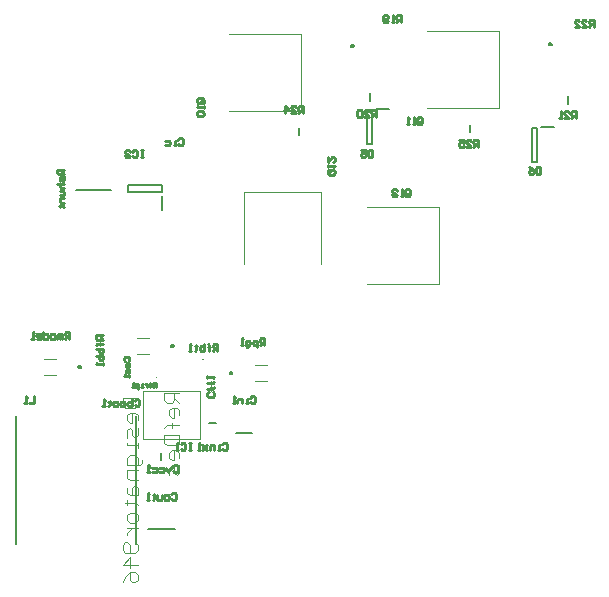
<source format=gbr>
%FSTAX23Y23*%
%MOIN*%
%SFA1B1*%

%IPPOS*%
%ADD39C,0.010000*%
%ADD76C,0.007870*%
%ADD77C,0.001970*%
%ADD78C,0.003940*%
%ADD79C,0.003000*%
%LNpwr_board_final_legend_bot-1*%
%LPD*%
G54D39*
X02599Y01366D02*
Y01343D01*
X02587*
X02583Y01347*
Y01362*
X02587Y01366*
X02599*
X0256D02*
X02568Y01362D01*
X02576Y01355*
Y01347*
X02572Y01343*
X02564*
X0256Y01347*
Y01351*
X02564Y01355*
X02576*
X02148Y01272D02*
Y01287D01*
X02152Y01291*
X0216*
X02164Y01287*
Y01272*
X0216Y01268*
X02152*
X02156Y01276D02*
X02148Y01268D01*
X02152D02*
X02148Y01272D01*
X0214Y01268D02*
X02133D01*
X02136*
Y01291*
X0214Y01287*
X02121D02*
X02117Y01291D01*
X02109*
X02105Y01287*
Y01283*
X02109Y0128*
X02113*
X02109*
X02105Y01276*
Y01272*
X02109Y01268*
X02117*
X02121Y01272*
X01894Y01356D02*
X01909D01*
X01913Y01352*
Y01344*
X01909Y0134*
X01894*
X0189Y01344*
Y01352*
X01898Y01348D02*
X0189Y01356D01*
Y01352D02*
X01894Y01356D01*
X0189Y01364D02*
Y01371D01*
Y01368*
X01913*
X01909Y01364*
X0189Y01399D02*
Y01383D01*
X01905Y01399*
X01909*
X01913Y01395*
Y01387*
X01909Y01383*
X02391Y01433D02*
Y01456D01*
X02379*
X02375Y01452*
Y01445*
X02379Y01441*
X02391*
X02383D02*
X02375Y01433D01*
X02352D02*
X02367D01*
X02352Y01448*
Y01452*
X02356Y01456*
X02363*
X02367Y01452*
X02328Y01456D02*
X02344D01*
Y01445*
X02336Y01448*
X02332*
X02328Y01445*
Y01437*
X02332Y01433*
X0234*
X02344Y01437*
X01807Y01546D02*
Y01569D01*
X01796*
X01792Y01565*
Y01557*
X01796Y01553*
X01807*
X018D02*
X01792Y01546D01*
X01768D02*
X01784D01*
X01768Y01561*
Y01565*
X01772Y01569*
X0178*
X01784Y01565*
X01748Y01546D02*
Y01569D01*
X0176Y01557*
X01744*
X01317Y00631D02*
Y00647D01*
X01309*
X01307Y00645*
Y00639*
X01309Y00637*
X01317*
X01312D02*
X01307Y00631D01*
X01299Y00645D02*
Y00642D01*
X01301*
X01296*
X01299*
Y00634*
X01296Y00631*
X01288Y00642D02*
Y00631D01*
Y00637*
X01286Y00639*
X01283Y00642*
X0128*
X01273Y00631D02*
X01267D01*
X0127*
Y00642*
X01273*
X01259Y00626D02*
Y00642D01*
X01252*
X01249Y00639*
Y00634*
X01252Y00631*
X01259*
X01244D02*
X01238D01*
X01241*
Y00647*
X01244Y00645*
X01012Y01357D02*
X00989D01*
Y01346*
X00993Y01342*
X01*
X01004Y01346*
Y01357*
Y0135D02*
X01012Y01342D01*
Y01334D02*
Y01322D01*
X01008Y01318*
X01004Y01322*
Y0133*
X01Y01334*
X00996Y0133*
Y01318*
X00989Y0131D02*
X01012D01*
X01*
X00996Y01306*
Y01298*
X01Y01295*
X01012*
X00996Y01287D02*
X01008D01*
X01012Y01283*
Y01271*
X00996*
X01012Y01263D02*
X00996D01*
Y01251*
X01Y01247*
X01012*
X00993Y01235D02*
X00996D01*
Y01239*
Y01232*
Y01235*
X01008*
X01012Y01232*
X01679Y00772D02*
Y00795D01*
X01667*
X01663Y00791*
Y00783*
X01667Y0078*
X01679*
X01671D02*
X01663Y00772D01*
X01655Y00764D02*
Y00787D01*
X01643*
X0164Y00783*
Y00776*
X01643Y00772*
X01655*
X01624Y00764D02*
X0162D01*
X01616Y00768*
Y00787*
X01628*
X01632Y00783*
Y00776*
X01628Y00772*
X01616*
X01608D02*
X016D01*
X01604*
Y00795*
X01608Y00791*
X01028Y00793D02*
Y00816D01*
X01017*
X01013Y00812*
Y00805*
X01017Y00801*
X01028*
X01021D02*
X01013Y00793D01*
X01005D02*
Y00808D01*
X01001*
X00997Y00805*
Y00793*
Y00805*
X00993Y00808*
X00989Y00805*
Y00793*
X00977D02*
X00969D01*
X00965Y00797*
Y00805*
X00969Y00808*
X00977*
X00981Y00805*
Y00797*
X00977Y00793*
X00942Y00816D02*
Y00793D01*
X00954*
X00958Y00797*
Y00805*
X00954Y00808*
X00942*
X00922Y00793D02*
X0093D01*
X00934Y00797*
Y00805*
X0093Y00808*
X00922*
X00918Y00805*
Y00801*
X00934*
X0091Y00793D02*
X00902D01*
X00906*
Y00816*
X0091Y00812*
X01522Y00753D02*
Y00776D01*
X0151*
X01506Y00772*
Y00765*
X0151Y00761*
X01522*
X01514D02*
X01506Y00753D01*
X01494D02*
Y00772D01*
Y00765*
X01498*
X0149*
X01494*
Y00772*
X0149Y00776*
X01478D02*
Y00753D01*
X01467*
X01463Y00757*
Y00761*
Y00765*
X01467Y00768*
X01478*
X01451Y00772D02*
Y00768D01*
X01455*
X01447*
X01451*
Y00757*
X01447Y00753*
X01435D02*
X01427D01*
X01431*
Y00776*
X01435Y00772*
X01141Y00804D02*
X01118D01*
Y00792*
X01122Y00788*
X0113*
X01133Y00792*
Y00804*
Y00796D02*
X01141Y00788D01*
Y00776D02*
X01122D01*
X0113*
Y0078*
Y00772*
Y00776*
X01122*
X01118Y00772*
Y0076D02*
X01141D01*
Y00749*
X01137Y00745*
X01133*
X0113*
X01126Y00749*
Y0076*
X01118Y00737D02*
X01141D01*
Y00725*
X01137Y00721*
X01133*
X0113*
X01126Y00725*
Y00737*
X01141Y00713D02*
Y00705D01*
Y00709*
X01118*
X01122Y00713*
X02776Y01833D02*
Y01856D01*
X02764*
X0276Y01852*
Y01845*
X02764Y01841*
X02776*
X02768D02*
X0276Y01833D01*
X02737D02*
X02752D01*
X02737Y01848*
Y01852*
X02741Y01856*
X02748*
X02752Y01852*
X02713Y01833D02*
X02729D01*
X02713Y01848*
Y01852*
X02717Y01856*
X02725*
X02729Y01852*
X02717Y01528D02*
Y01551D01*
X02705*
X02701Y01547*
Y0154*
X02705Y01536*
X02717*
X02709D02*
X02701Y01528D01*
X02678D02*
X02693D01*
X02678Y01543*
Y01547*
X02682Y01551*
X0269*
X02693Y01547*
X0267Y01528D02*
X02662D01*
X02666*
Y01551*
X0267Y01547*
X02051Y01533D02*
Y01556D01*
X02039*
X02035Y01552*
Y01545*
X02039Y01541*
X02051*
X02043D02*
X02035Y01533D01*
X02012D02*
X02027D01*
X02012Y01548*
Y01552*
X02016Y01556*
X02023*
X02027Y01552*
X02004D02*
X02Y01556D01*
X01992*
X01988Y01552*
Y01537*
X01992Y01533*
X02*
X02004Y01537*
Y01552*
X02134Y01848D02*
Y01871D01*
X02122*
X02118Y01867*
Y0186*
X02122Y01856*
X02134*
X02126D02*
X02118Y01848D01*
X0211D02*
X02103D01*
X02106*
Y01871*
X0211Y01867*
X02091Y01852D02*
X02087Y01848D01*
X02079*
X02075Y01852*
Y01867*
X02079Y01871*
X02087*
X02091Y01867*
Y01863*
X02087Y0186*
X02075*
X02189Y01512D02*
Y01527D01*
X02193Y01531*
X02201*
X02205Y01527*
Y01512*
X02201Y01508*
X02193*
X02197Y01516D02*
X02189Y01508D01*
X02193D02*
X02189Y01512D01*
X02181Y01508D02*
X02174D01*
X02178*
Y01531*
X02181Y01527*
X02162Y01508D02*
X02154D01*
X02158*
Y01531*
X02162Y01527*
X01472Y01578D02*
X01457D01*
X01453Y01582*
Y0159*
X01457Y01594*
X01472*
X01476Y0159*
Y01582*
X01468Y01586D02*
X01476Y01578D01*
Y01582D02*
X01472Y01578D01*
X01476Y0157D02*
Y01563D01*
Y01566*
X01453*
X01457Y0157*
Y01551D02*
X01453Y01547D01*
Y01539*
X01457Y01535*
X01472*
X01476Y01539*
Y01547*
X01472Y01551*
X01457*
X0091Y00601D02*
X0091Y00578D01*
X00895Y00578*
X00887Y00578D02*
X00879Y00578D01*
X00883Y00578*
X00883Y00601*
X00887Y00597*
X01274Y01421D02*
X01266D01*
X0127*
Y01398*
X01274*
X01266*
X01239Y01417D02*
X01243Y01421D01*
X0125*
X01254Y01417*
Y01402*
X0125Y01398*
X01243*
X01239Y01402*
X01231Y01417D02*
X01227Y01421D01*
X01219*
X01215Y01417*
Y01413*
X01219Y0141*
X01223*
X01219*
X01215Y01406*
Y01402*
X01219Y01398*
X01227*
X01231Y01402*
X01435Y00446D02*
X01427D01*
X01431*
Y00423*
X01435*
X01427*
X014Y00442D02*
X01404Y00446D01*
X01411*
X01415Y00442*
Y00427*
X01411Y00423*
X01404*
X014Y00427*
X01392Y00423D02*
X01384D01*
X01388*
Y00446*
X01392Y00442*
X02039Y01421D02*
Y01398D01*
X02027*
X02023Y01402*
Y01417*
X02027Y01421*
X02039*
X02D02*
X02016D01*
Y0141*
X02008Y01413*
X02004*
X02Y0141*
Y01402*
X02004Y01398*
X02012*
X02016Y01402*
X01375Y00367D02*
X01379Y00371D01*
X01387*
X01391Y00367*
Y00352*
X01387Y00348*
X01379*
X01375Y00352*
X01367Y00363D02*
X01359Y00348D01*
X01351Y00363*
X01328D02*
X0134D01*
X01343Y0036*
Y00352*
X0134Y00348*
X01328*
X01304Y00363D02*
X01316D01*
X0132Y0036*
Y00352*
X01316Y00348*
X01304*
X01296D02*
X01288D01*
X01292*
Y00371*
X01296Y00367*
X01213Y00719D02*
X0121Y00722D01*
Y00729*
X01213Y00732*
X01226*
X01229Y00729*
Y00722*
X01226Y00719*
X01229Y00713D02*
Y00703D01*
X01226Y007*
X01223Y00703*
Y00709*
X0122Y00713*
X01216Y00709*
Y007*
X01229Y00693D02*
Y00683D01*
X01226Y0068*
X01223Y00683*
Y0069*
X0122Y00693*
X01216Y0069*
Y0068*
X01229Y00673D02*
Y00667D01*
Y0067*
X0121*
X01213Y00673*
X01369Y00276D02*
X01373Y0028D01*
X01381*
X01385Y00276*
Y0026*
X01381Y00257*
X01373*
X01369Y0026*
X01357Y00257D02*
X01349D01*
X01345Y0026*
Y00268*
X01349Y00272*
X01357*
X01361Y00268*
Y0026*
X01357Y00257*
X01337Y00272D02*
Y0026D01*
X01333Y00257*
X01322*
Y00272*
X0131Y00276D02*
Y00272D01*
X01314*
X01306*
X0131*
Y0026*
X01306Y00257*
X01294D02*
X01286D01*
X0129*
Y0028*
X01294Y00276*
X01539Y00442D02*
X01543Y00446D01*
X01551*
X01555Y00442*
Y00427*
X01551Y00423*
X01543*
X01539Y00427*
X01531Y00423D02*
X01523D01*
X01527*
Y00438*
X01531*
X01511Y00423D02*
Y00438D01*
X015*
X01496Y00435*
Y00423*
X01488Y00438D02*
X01472Y00423D01*
X0148Y00431*
X01472Y00438*
X01488Y00423*
X01464D02*
X01456D01*
X0146*
Y00446*
X01464Y00442*
X01632Y00597D02*
X01636Y00601D01*
X01644*
X01648Y00597*
Y00582*
X01644Y00578*
X01636*
X01632Y00582*
X01624Y00578D02*
X01616D01*
X0162*
Y00593*
X01624*
X01605Y00578D02*
Y00593D01*
X01593*
X01589Y0059*
Y00578*
X01581D02*
X01573D01*
X01577*
Y00601*
X01581Y00597*
X01391Y01457D02*
X01395Y01461D01*
X01403*
X01407Y01457*
Y01442*
X01403Y01438*
X01395*
X01391Y01442*
X01384Y01438D02*
X01376D01*
X0138*
Y01453*
X01384*
X01348D02*
X0136D01*
X01364Y0145*
Y01442*
X0136Y01438*
X01348*
X01508Y00615D02*
X01512Y00611D01*
Y00603*
X01508Y00599*
X01493*
X01489Y00603*
Y00611*
X01493Y00615*
X01489Y00627D02*
X01508D01*
X015*
Y00623*
Y00631*
Y00627*
X01508*
X01512Y00631*
X01489Y00646D02*
X01508D01*
X015*
Y00642*
Y0065*
Y00646*
X01508*
X01512Y0065*
X01489Y00662D02*
Y0067D01*
Y00666*
X01512*
X01508Y00662*
X01246Y00587D02*
X0125Y00591D01*
X01257*
X01261Y00587*
Y00572*
X01257Y00568*
X0125*
X01246Y00572*
X01238Y00591D02*
Y00568D01*
X01226*
X01222Y00572*
Y00576*
Y0058*
X01226Y00583*
X01238*
X0121Y00568D02*
X01202D01*
X01198Y00572*
Y0058*
X01202Y00583*
X0121*
X01214Y0058*
Y00572*
X0121Y00568*
X01187D02*
X01179D01*
X01175Y00572*
Y0058*
X01179Y00583*
X01187*
X01191Y0058*
Y00572*
X01187Y00568*
X01163Y00587D02*
Y00583D01*
X01167*
X01159*
X01163*
Y00572*
X01159Y00568*
X01147D02*
X01139D01*
X01143*
Y00591*
X01147Y00587*
G54D76*
X02632Y01778D02*
D01*
X02632Y01778*
X02631Y01778*
X02631Y01778*
X02631Y01778*
X0263Y01778*
X0263Y01778*
X0263Y01778*
X0263Y01778*
X0263Y01778*
X02629Y01778*
X02629Y01777*
X02629Y01777*
X02629Y01777*
X02629Y01777*
X02628Y01776*
X02628Y01776*
X02628Y01776*
X02628Y01776*
X02628Y01775*
X02628Y01775*
X02628Y01775*
X02628Y01775*
Y01774*
X02628Y01774*
X02628Y01774*
X02628Y01774*
X02628Y01773*
X02628Y01773*
X02628Y01773*
X02628Y01773*
X02629Y01772*
X02629Y01772*
X02629Y01772*
X02629Y01772*
X02629Y01771*
X0263Y01771*
X0263Y01771*
X0263Y01771*
X0263Y01771*
X0263Y01771*
X02631Y01771*
X02631Y01771*
X02631Y01771*
X02632Y01771*
X02632Y01771*
D01*
X02632Y01771*
X02632Y01771*
X02633Y01771*
X02633Y01771*
X02633Y01771*
X02633Y01771*
X02634Y01771*
X02634Y01771*
X02634Y01771*
X02634Y01771*
X02635Y01772*
X02635Y01772*
X02635Y01772*
X02635Y01772*
X02635Y01773*
X02635Y01773*
X02635Y01773*
X02636Y01773*
X02636Y01774*
X02636Y01774*
X02636Y01774*
X02636Y01774*
Y01775*
X02636Y01775*
X02636Y01775*
X02636Y01775*
X02636Y01776*
X02635Y01776*
X02635Y01776*
X02635Y01776*
X02635Y01777*
X02635Y01777*
X02635Y01777*
X02635Y01777*
X02634Y01778*
X02634Y01778*
X02634Y01778*
X02634Y01778*
X02633Y01778*
X02633Y01778*
X02633Y01778*
X02633Y01778*
X02632Y01778*
X02632Y01778*
X02632Y01778*
X01972Y01766D02*
D01*
X01972Y01766*
X01972Y01766*
X01973Y01766*
X01973Y01766*
X01973Y01766*
X01973Y01766*
X01974Y01766*
X01974Y01766*
X01974Y01766*
X01974Y01766*
X01975Y01767*
X01975Y01767*
X01975Y01767*
X01975Y01767*
X01975Y01768*
X01975Y01768*
X01975Y01768*
X01976Y01768*
X01976Y01769*
X01976Y01769*
X01976Y01769*
X01976Y01769*
Y0177*
X01976Y0177*
X01976Y0177*
X01976Y0177*
X01976Y01771*
X01975Y01771*
X01975Y01771*
X01975Y01771*
X01975Y01772*
X01975Y01772*
X01975Y01772*
X01975Y01772*
X01974Y01773*
X01974Y01773*
X01974Y01773*
X01974Y01773*
X01973Y01773*
X01973Y01773*
X01973Y01773*
X01973Y01773*
X01972Y01773*
X01972Y01773*
X01972Y01773*
D01*
X01972Y01773*
X01971Y01773*
X01971Y01773*
X01971Y01773*
X0197Y01773*
X0197Y01773*
X0197Y01773*
X0197Y01773*
X0197Y01773*
X01969Y01773*
X01969Y01772*
X01969Y01772*
X01969Y01772*
X01969Y01772*
X01968Y01771*
X01968Y01771*
X01968Y01771*
X01968Y01771*
X01968Y0177*
X01968Y0177*
X01968Y0177*
X01968Y0177*
Y01769*
X01968Y01769*
X01968Y01769*
X01968Y01769*
X01968Y01768*
X01968Y01768*
X01968Y01768*
X01968Y01768*
X01969Y01767*
X01969Y01767*
X01969Y01767*
X01969Y01767*
X01969Y01766*
X0197Y01766*
X0197Y01766*
X0197Y01766*
X0197Y01766*
X0197Y01766*
X01971Y01766*
X01971Y01766*
X01971Y01766*
X01972Y01766*
X01972Y01766*
X01063Y00703D02*
D01*
X01063Y00703*
X01062Y00703*
X01062Y00703*
X01062Y00703*
X01062Y00703*
X01061Y00703*
X01061Y00703*
X01061Y00703*
X01061Y00703*
X0106Y00703*
X0106Y00702*
X0106Y00702*
X0106Y00702*
X0106Y00702*
X0106Y00701*
X01059Y00701*
X01059Y00701*
X01059Y00701*
X01059Y007*
X01059Y007*
X01059Y007*
X01059Y007*
Y00699*
X01059Y00699*
X01059Y00699*
X01059Y00699*
X01059Y00698*
X01059Y00698*
X01059Y00698*
X0106Y00698*
X0106Y00697*
X0106Y00697*
X0106Y00697*
X0106Y00697*
X0106Y00696*
X01061Y00696*
X01061Y00696*
X01061Y00696*
X01061Y00696*
X01062Y00696*
X01062Y00696*
X01062Y00696*
X01062Y00696*
X01063Y00696*
X01063Y00696*
D01*
X01063Y00696*
X01064Y00696*
X01064Y00696*
X01064Y00696*
X01064Y00696*
X01065Y00696*
X01065Y00696*
X01065Y00696*
X01065Y00696*
X01066Y00696*
X01066Y00697*
X01066Y00697*
X01066Y00697*
X01066Y00697*
X01066Y00698*
X01067Y00698*
X01067Y00698*
X01067Y00698*
X01067Y00699*
X01067Y00699*
X01067Y00699*
X01067Y00699*
Y007*
X01067Y007*
X01067Y007*
X01067Y007*
X01067Y00701*
X01067Y00701*
X01067Y00701*
X01066Y00701*
X01066Y00702*
X01066Y00702*
X01066Y00702*
X01066Y00702*
X01066Y00703*
X01065Y00703*
X01065Y00703*
X01065Y00703*
X01065Y00703*
X01064Y00703*
X01064Y00703*
X01064Y00703*
X01064Y00703*
X01063Y00703*
X01063Y00703*
X01372Y00773D02*
D01*
X01372Y00773*
X01372Y00773*
X01371Y00773*
X01371Y00773*
X01371Y00773*
X0137Y00773*
X0137Y00773*
X0137Y00773*
X0137Y00773*
X0137Y00773*
X01369Y00772*
X01369Y00772*
X01369Y00772*
X01369Y00772*
X01369Y00771*
X01369Y00771*
X01368Y00771*
X01368Y00771*
X01368Y0077*
X01368Y0077*
X01368Y0077*
X01368Y0077*
Y00769*
X01368Y00769*
X01368Y00769*
X01368Y00769*
X01368Y00768*
X01368Y00768*
X01369Y00768*
X01369Y00768*
X01369Y00767*
X01369Y00767*
X01369Y00767*
X01369Y00767*
X0137Y00766*
X0137Y00766*
X0137Y00766*
X0137Y00766*
X0137Y00766*
X01371Y00766*
X01371Y00766*
X01371Y00766*
X01372Y00766*
X01372Y00766*
X01372Y00766*
D01*
X01372Y00766*
X01373Y00766*
X01373Y00766*
X01373Y00766*
X01373Y00766*
X01374Y00766*
X01374Y00766*
X01374Y00766*
X01374Y00766*
X01375Y00766*
X01375Y00767*
X01375Y00767*
X01375Y00767*
X01375Y00767*
X01376Y00768*
X01376Y00768*
X01376Y00768*
X01376Y00768*
X01376Y00769*
X01376Y00769*
X01376Y00769*
X01376Y00769*
Y0077*
X01376Y0077*
X01376Y0077*
X01376Y0077*
X01376Y00771*
X01376Y00771*
X01376Y00771*
X01376Y00771*
X01375Y00772*
X01375Y00772*
X01375Y00772*
X01375Y00772*
X01375Y00773*
X01374Y00773*
X01374Y00773*
X01374Y00773*
X01374Y00773*
X01373Y00773*
X01373Y00773*
X01373Y00773*
X01373Y00773*
X01372Y00773*
X01372Y00773*
X01568Y00683D02*
D01*
X01568Y00683*
X01567Y00683*
X01567Y00683*
X01567Y00683*
X01566Y00683*
X01566Y00683*
X01566Y00683*
X01566Y00683*
X01565Y00683*
X01565Y00683*
X01565Y00682*
X01565Y00682*
X01565Y00682*
X01565Y00682*
X01564Y00681*
X01564Y00681*
X01564Y00681*
X01564Y00681*
X01564Y0068*
X01564Y0068*
X01564Y0068*
X01564Y0068*
Y00679*
X01564Y00679*
X01564Y00679*
X01564Y00679*
X01564Y00678*
X01564Y00678*
X01564Y00678*
X01564Y00678*
X01565Y00677*
X01565Y00677*
X01565Y00677*
X01565Y00677*
X01565Y00676*
X01565Y00676*
X01566Y00676*
X01566Y00676*
X01566Y00676*
X01566Y00676*
X01567Y00676*
X01567Y00676*
X01567Y00676*
X01568Y00676*
X01568Y00676*
D01*
X01568Y00676*
X01568Y00676*
X01569Y00676*
X01569Y00676*
X01569Y00676*
X01569Y00676*
X0157Y00676*
X0157Y00676*
X0157Y00676*
X0157Y00676*
X01571Y00677*
X01571Y00677*
X01571Y00677*
X01571Y00677*
X01571Y00678*
X01571Y00678*
X01571Y00678*
X01572Y00678*
X01572Y00679*
X01572Y00679*
X01572Y00679*
X01572Y00679*
Y0068*
X01572Y0068*
X01572Y0068*
X01572Y0068*
X01572Y00681*
X01571Y00681*
X01571Y00681*
X01571Y00681*
X01571Y00682*
X01571Y00682*
X01571Y00682*
X01571Y00682*
X0157Y00683*
X0157Y00683*
X0157Y00683*
X0157Y00683*
X01569Y00683*
X01569Y00683*
X01569Y00683*
X01569Y00683*
X01568Y00683*
X01568Y00683*
X01568*
X02365Y01482D02*
Y01507D01*
X02602Y01499D02*
X02643D01*
X02588Y01382D02*
Y01497D01*
X02571Y01382D02*
X02588D01*
X02571D02*
Y01497D01*
X02588*
X01795Y01472D02*
Y01497D01*
X01052Y0129D02*
X01169D01*
X0269Y01577D02*
Y01602D01*
X0203Y01587D02*
Y01612D01*
X01339Y01222D02*
Y01269D01*
X01223Y01283D02*
X01337D01*
X01223D02*
Y01306D01*
X01337*
Y01283D02*
Y01306D01*
X02021Y01557D02*
X02038D01*
X02021Y01442D02*
Y01557D01*
Y01442D02*
X02038D01*
Y01557*
X02052Y01559D02*
X02093D01*
X0085Y0011D02*
Y00535D01*
X0125Y0011D02*
Y00535D01*
X01583Y0048D02*
X01638D01*
X01335Y00388D02*
Y00411D01*
X0129Y00158D02*
X01381D01*
X01494Y00511D02*
X01517D01*
G54D77*
X01473Y00725D02*
D01*
X01473Y00725*
X01473Y00725*
X01473Y00725*
X01473Y00725*
X01472Y00725*
X01472Y00725*
X01472Y00725*
X01472Y00725*
X01472Y00725*
X01472Y00725*
X01472Y00725*
X01472Y00725*
X01472Y00725*
X01472Y00725*
X01472Y00725*
X01472Y00725*
X01472Y00725*
X01472Y00725*
X01472Y00725*
X01472Y00725*
X01472Y00725*
X01472Y00725*
Y00724*
X01472Y00724*
X01472Y00724*
X01472Y00724*
X01472Y00724*
X01472Y00724*
X01472Y00724*
X01472Y00724*
X01472Y00724*
X01472Y00724*
X01472Y00724*
X01472Y00724*
X01472Y00724*
X01472Y00724*
X01472Y00724*
X01472Y00724*
X01472Y00724*
X01472Y00724*
X01473Y00724*
X01473Y00724*
X01473Y00724*
X01473Y00724*
X01473Y00724*
D01*
X01473Y00724*
X01473Y00724*
X01473Y00724*
X01473Y00724*
X01473Y00724*
X01473Y00724*
X01473Y00724*
X01473Y00724*
X01473Y00724*
X01473Y00724*
X01473Y00724*
X01474Y00724*
X01474Y00724*
X01474Y00724*
X01474Y00724*
X01474Y00724*
X01474Y00724*
X01474Y00724*
X01474Y00724*
X01474Y00724*
X01474Y00724*
X01474Y00724*
Y00725*
X01474Y00725*
X01474Y00725*
X01474Y00725*
X01474Y00725*
X01474Y00725*
X01474Y00725*
X01474Y00725*
X01474Y00725*
X01474Y00725*
X01474Y00725*
X01473Y00725*
X01473Y00725*
X01473Y00725*
X01473Y00725*
X01473Y00725*
X01473Y00725*
X01473Y00725*
X01473Y00725*
X01473Y00725*
X01473Y00725*
X01473Y00725*
X01473Y00725*
X01317Y00665D02*
D01*
X01317Y00665*
X01317Y00665*
X01317Y00665*
X01317Y00665*
X01317Y00665*
X01317Y00665*
X01316Y00665*
X01316Y00665*
X01316Y00665*
X01316Y00665*
X01316Y00665*
X01316Y00665*
X01316Y00665*
X01316Y00665*
X01316Y00665*
X01316Y00665*
X01316Y00665*
X01316Y00665*
X01316Y00665*
X01316Y00665*
X01316Y00665*
X01316Y00665*
Y00664*
X01316Y00664*
X01316Y00664*
X01316Y00664*
X01316Y00664*
X01316Y00664*
X01316Y00664*
X01316Y00664*
X01316Y00664*
X01316Y00664*
X01316Y00664*
X01316Y00664*
X01316Y00664*
X01316Y00664*
X01316Y00664*
X01316Y00664*
X01317Y00664*
X01317Y00664*
X01317Y00664*
X01317Y00664*
X01317Y00664*
X01317Y00664*
X01317Y00664*
D01*
X01317Y00664*
X01317Y00664*
X01317Y00664*
X01317Y00664*
X01317Y00664*
X01317Y00664*
X01317Y00664*
X01317Y00664*
X01317Y00664*
X01318Y00664*
X01318Y00664*
X01318Y00664*
X01318Y00664*
X01318Y00664*
X01318Y00664*
X01318Y00664*
X01318Y00664*
X01318Y00664*
X01318Y00664*
X01318Y00664*
X01318Y00664*
X01318Y00664*
Y00665*
X01318Y00665*
X01318Y00665*
X01318Y00665*
X01318Y00665*
X01318Y00665*
X01318Y00665*
X01318Y00665*
X01318Y00665*
X01318Y00665*
X01318Y00665*
X01318Y00665*
X01318Y00665*
X01317Y00665*
X01317Y00665*
X01317Y00665*
X01317Y00665*
X01317Y00665*
X01317Y00665*
X01317Y00665*
X01317Y00665*
X01317Y00665*
X01317Y00665*
G54D78*
X01611Y01041D02*
Y01281D01*
X01868*
Y01041D02*
Y01281D01*
X02021Y00976D02*
X02261D01*
Y01233*
X02021D02*
X02261D01*
X02221Y01818D02*
X02461D01*
Y01561D02*
Y01818D01*
X02221Y01561D02*
X02461D01*
X01561Y01808D02*
X01801D01*
Y01551D02*
Y01808D01*
X01561Y01551D02*
X01801D01*
X01275Y00618D02*
X01465D01*
X01275Y00458D02*
X01465D01*
X01275D02*
Y00618D01*
X01465Y00458D02*
Y00618D01*
X00945Y00727D02*
X00984D01*
X00945Y00672D02*
X00984D01*
X01254Y00797D02*
X01293D01*
X01254Y00742D02*
X01293D01*
X01647Y00707D02*
X01686D01*
X01647Y00652D02*
X01686D01*
G54D79*
X01395Y00613D02*
X01345D01*
Y00588*
X01353Y00579*
X0137*
X01378Y00588*
Y00613*
Y00596D02*
X01395Y00579D01*
Y00538D02*
Y00554D01*
X01386Y00563*
X0137*
X01361Y00554*
Y00538*
X0137Y00529*
X01378*
Y00563*
X01395Y00504D02*
X01353D01*
X0137*
Y00513*
Y00496*
Y00504*
X01353*
X01345Y00496*
Y00471D02*
X01395D01*
Y00446*
X01386Y00438*
X01353*
X01345Y00446*
Y00471*
X01395Y00396D02*
Y00413D01*
X01386Y00421*
X0137*
X01361Y00413*
Y00396*
X0137Y00388*
X01378*
Y00421*
X01395Y00371D02*
Y00346D01*
X01386Y00338*
X01378Y00346*
Y00363*
X0137Y00371*
X01361Y00363*
Y00338*
X01206Y00597D02*
X01256D01*
Y00572*
X01247Y00563*
X01214*
X01206Y00572*
Y00597*
X01256Y00522D02*
Y00538D01*
X01247Y00547*
X01231*
X01222Y00538*
Y00522*
X01231Y00513*
X01239*
Y00547*
X01256Y00497D02*
Y00472D01*
X01247Y00463*
X01239Y00472*
Y00488*
X01231Y00497*
X01222Y00488*
Y00463*
X01256Y00447D02*
Y0043D01*
Y00438*
X01222*
Y00447*
X01272Y00388D02*
Y0038D01*
X01264Y00372*
X01222*
Y00397*
X01231Y00405*
X01247*
X01256Y00397*
Y00372*
Y00355D02*
X01222D01*
Y0033*
X01231Y00322*
X01256*
X01222Y00297D02*
Y0028D01*
X01231Y00272*
X01256*
Y00297*
X01247Y00305*
X01239Y00297*
Y00272*
X01214Y00247D02*
X01222D01*
Y00255*
Y00238*
Y00247*
X01247*
X01256Y00238*
Y00205D02*
Y00188D01*
X01247Y0018*
X01231*
X01222Y00188*
Y00205*
X01231Y00213*
X01247*
X01256Y00205*
X01222Y00163D02*
X01256D01*
X01239*
X01231Y00155*
X01222Y00147*
Y00139*
X01247Y00114D02*
X01256Y00105D01*
Y00089*
X01247Y0008*
X01214*
X01206Y00089*
Y00105*
X01214Y00114*
X01222*
X01231Y00105*
Y0008*
X01256Y00039D02*
X01206D01*
X01231Y00064*
Y0003*
X01206Y-00019D02*
X01214Y-00002D01*
X01231Y00014*
X01247*
X01256Y00005*
Y-0001*
X01247Y-00019*
X01239*
X01231Y-0001*
Y00014*
M02*
</source>
